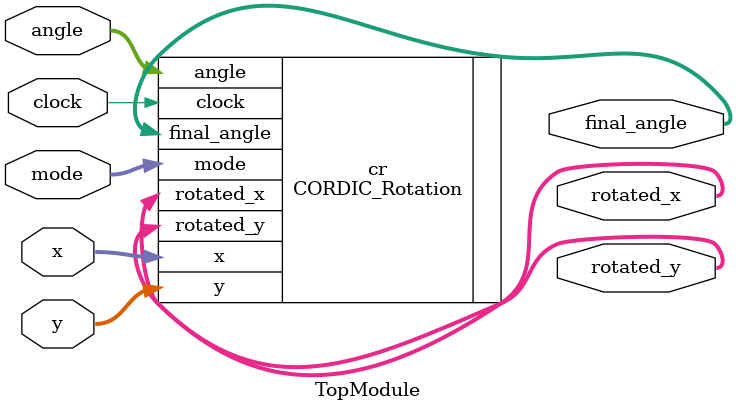
<source format=v>
`timescale 1ns / 1ps
`include "CONSTANTS.v"

module TopModule(input clock,
    input signed [31:0] x,
    input signed [31:0] y,
    input signed [31:0] angle,
    input [1:0] mode,
    output wire signed [31:0] rotated_x,
    output wire signed [31:0] rotated_y,
    output wire signed [31:0] final_angle);



CORDIC_Rotation #(28) cr  (.clock(clock),.x(x) ,.y(y) , .angle(angle) , .mode(mode) , .rotated_x(rotated_x) , .rotated_y(rotated_y) , .final_angle(final_angle));


endmodule


</source>
